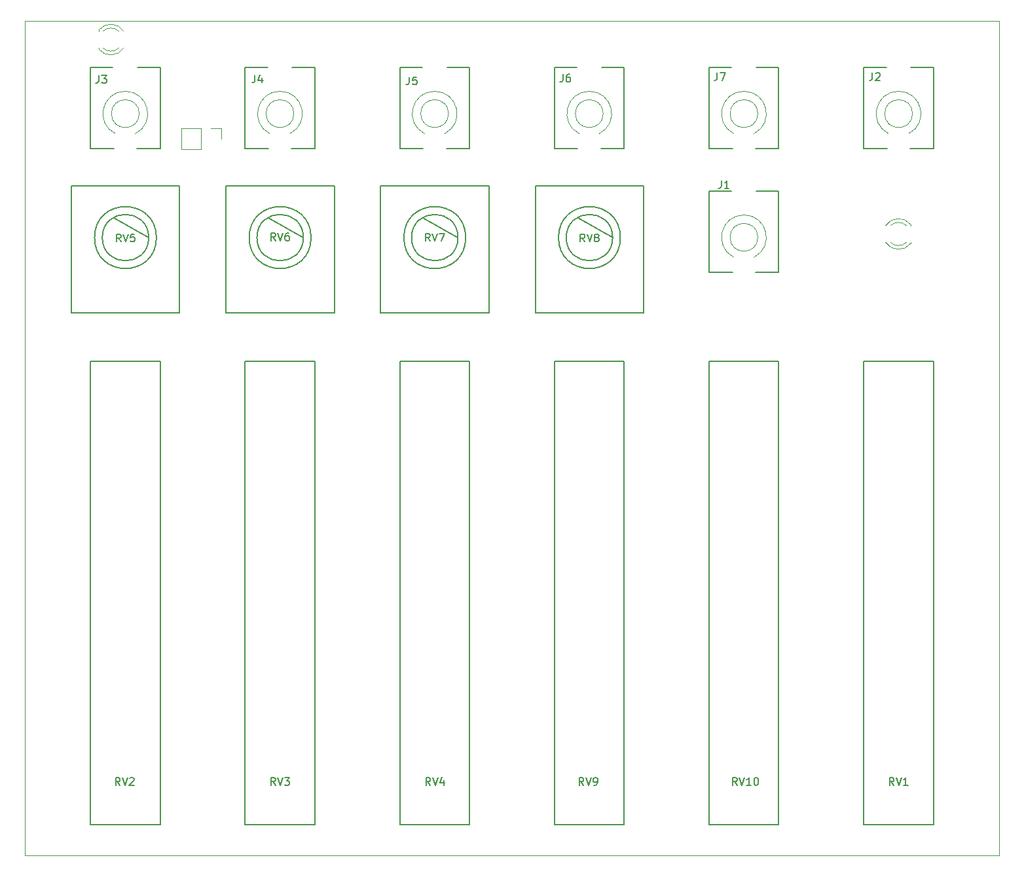
<source format=gbr>
G04 #@! TF.GenerationSoftware,KiCad,Pcbnew,(6.0.7)*
G04 #@! TF.CreationDate,2022-08-25T22:48:20+02:00*
G04 #@! TF.ProjectId,mixerli,6d697865-726c-4692-9e6b-696361645f70,rev?*
G04 #@! TF.SameCoordinates,Original*
G04 #@! TF.FileFunction,Legend,Top*
G04 #@! TF.FilePolarity,Positive*
%FSLAX46Y46*%
G04 Gerber Fmt 4.6, Leading zero omitted, Abs format (unit mm)*
G04 Created by KiCad (PCBNEW (6.0.7)) date 2022-08-25 22:48:20*
%MOMM*%
%LPD*%
G01*
G04 APERTURE LIST*
G04 #@! TA.AperFunction,Profile*
%ADD10C,0.100000*%
G04 #@! TD*
%ADD11C,0.150000*%
%ADD12C,0.200000*%
%ADD13C,0.120000*%
G04 APERTURE END LIST*
D10*
X14000000Y-88000000D02*
X14000000Y-196000000D01*
X140000000Y-88000000D02*
X14000000Y-88000000D01*
X14000000Y-196000000D02*
X140000000Y-196000000D01*
X140000000Y-88000000D02*
X140000000Y-196000000D01*
D11*
X104066666Y-108652380D02*
X104066666Y-109366666D01*
X104019047Y-109509523D01*
X103923809Y-109604761D01*
X103780952Y-109652380D01*
X103685714Y-109652380D01*
X105066666Y-109652380D02*
X104495238Y-109652380D01*
X104780952Y-109652380D02*
X104780952Y-108652380D01*
X104685714Y-108795238D01*
X104590476Y-108890476D01*
X104495238Y-108938095D01*
X123602666Y-94700380D02*
X123602666Y-95414666D01*
X123555047Y-95557523D01*
X123459809Y-95652761D01*
X123316952Y-95700380D01*
X123221714Y-95700380D01*
X124031238Y-94795619D02*
X124078857Y-94748000D01*
X124174095Y-94700380D01*
X124412190Y-94700380D01*
X124507428Y-94748000D01*
X124555047Y-94795619D01*
X124602666Y-94890857D01*
X124602666Y-94986095D01*
X124555047Y-95128952D01*
X123983619Y-95700380D01*
X124602666Y-95700380D01*
X126388761Y-186886380D02*
X126055428Y-186410190D01*
X125817333Y-186886380D02*
X125817333Y-185886380D01*
X126198285Y-185886380D01*
X126293523Y-185934000D01*
X126341142Y-185981619D01*
X126388761Y-186076857D01*
X126388761Y-186219714D01*
X126341142Y-186314952D01*
X126293523Y-186362571D01*
X126198285Y-186410190D01*
X125817333Y-186410190D01*
X126674476Y-185886380D02*
X127007809Y-186886380D01*
X127341142Y-185886380D01*
X128198285Y-186886380D02*
X127626857Y-186886380D01*
X127912571Y-186886380D02*
X127912571Y-185886380D01*
X127817333Y-186029238D01*
X127722095Y-186124476D01*
X127626857Y-186172095D01*
X43745066Y-95005180D02*
X43745066Y-95719466D01*
X43697447Y-95862323D01*
X43602209Y-95957561D01*
X43459352Y-96005180D01*
X43364114Y-96005180D01*
X44649828Y-95338514D02*
X44649828Y-96005180D01*
X44411733Y-94957561D02*
X44173638Y-95671847D01*
X44792685Y-95671847D01*
X63709466Y-95259180D02*
X63709466Y-95973466D01*
X63661847Y-96116323D01*
X63566609Y-96211561D01*
X63423752Y-96259180D01*
X63328514Y-96259180D01*
X64661847Y-95259180D02*
X64185657Y-95259180D01*
X64138038Y-95735371D01*
X64185657Y-95687752D01*
X64280895Y-95640133D01*
X64518990Y-95640133D01*
X64614228Y-95687752D01*
X64661847Y-95735371D01*
X64709466Y-95830609D01*
X64709466Y-96068704D01*
X64661847Y-96163942D01*
X64614228Y-96211561D01*
X64518990Y-96259180D01*
X64280895Y-96259180D01*
X64185657Y-96211561D01*
X64138038Y-96163942D01*
X83572266Y-94903580D02*
X83572266Y-95617866D01*
X83524647Y-95760723D01*
X83429409Y-95855961D01*
X83286552Y-95903580D01*
X83191314Y-95903580D01*
X84477028Y-94903580D02*
X84286552Y-94903580D01*
X84191314Y-94951200D01*
X84143695Y-94998819D01*
X84048457Y-95141676D01*
X84000838Y-95332152D01*
X84000838Y-95713104D01*
X84048457Y-95808342D01*
X84096076Y-95855961D01*
X84191314Y-95903580D01*
X84381790Y-95903580D01*
X84477028Y-95855961D01*
X84524647Y-95808342D01*
X84572266Y-95713104D01*
X84572266Y-95475009D01*
X84524647Y-95379771D01*
X84477028Y-95332152D01*
X84381790Y-95284533D01*
X84191314Y-95284533D01*
X84096076Y-95332152D01*
X84048457Y-95379771D01*
X84000838Y-95475009D01*
X103536666Y-94700380D02*
X103536666Y-95414666D01*
X103489047Y-95557523D01*
X103393809Y-95652761D01*
X103250952Y-95700380D01*
X103155714Y-95700380D01*
X103917619Y-94700380D02*
X104584285Y-94700380D01*
X104155714Y-95700380D01*
X46404761Y-186886380D02*
X46071428Y-186410190D01*
X45833333Y-186886380D02*
X45833333Y-185886380D01*
X46214285Y-185886380D01*
X46309523Y-185934000D01*
X46357142Y-185981619D01*
X46404761Y-186076857D01*
X46404761Y-186219714D01*
X46357142Y-186314952D01*
X46309523Y-186362571D01*
X46214285Y-186410190D01*
X45833333Y-186410190D01*
X46690476Y-185886380D02*
X47023809Y-186886380D01*
X47357142Y-185886380D01*
X47595238Y-185886380D02*
X48214285Y-185886380D01*
X47880952Y-186267333D01*
X48023809Y-186267333D01*
X48119047Y-186314952D01*
X48166666Y-186362571D01*
X48214285Y-186457809D01*
X48214285Y-186695904D01*
X48166666Y-186791142D01*
X48119047Y-186838761D01*
X48023809Y-186886380D01*
X47738095Y-186886380D01*
X47642857Y-186838761D01*
X47595238Y-186791142D01*
X66444761Y-186886380D02*
X66111428Y-186410190D01*
X65873333Y-186886380D02*
X65873333Y-185886380D01*
X66254285Y-185886380D01*
X66349523Y-185934000D01*
X66397142Y-185981619D01*
X66444761Y-186076857D01*
X66444761Y-186219714D01*
X66397142Y-186314952D01*
X66349523Y-186362571D01*
X66254285Y-186410190D01*
X65873333Y-186410190D01*
X66730476Y-185886380D02*
X67063809Y-186886380D01*
X67397142Y-185886380D01*
X68159047Y-186219714D02*
X68159047Y-186886380D01*
X67920952Y-185838761D02*
X67682857Y-186553047D01*
X68301904Y-186553047D01*
X86256761Y-186886380D02*
X85923428Y-186410190D01*
X85685333Y-186886380D02*
X85685333Y-185886380D01*
X86066285Y-185886380D01*
X86161523Y-185934000D01*
X86209142Y-185981619D01*
X86256761Y-186076857D01*
X86256761Y-186219714D01*
X86209142Y-186314952D01*
X86161523Y-186362571D01*
X86066285Y-186410190D01*
X85685333Y-186410190D01*
X86542476Y-185886380D02*
X86875809Y-186886380D01*
X87209142Y-185886380D01*
X87590095Y-186886380D02*
X87780571Y-186886380D01*
X87875809Y-186838761D01*
X87923428Y-186791142D01*
X88018666Y-186648285D01*
X88066285Y-186457809D01*
X88066285Y-186076857D01*
X88018666Y-185981619D01*
X87971047Y-185934000D01*
X87875809Y-185886380D01*
X87685333Y-185886380D01*
X87590095Y-185934000D01*
X87542476Y-185981619D01*
X87494857Y-186076857D01*
X87494857Y-186314952D01*
X87542476Y-186410190D01*
X87590095Y-186457809D01*
X87685333Y-186505428D01*
X87875809Y-186505428D01*
X87971047Y-186457809D01*
X88018666Y-186410190D01*
X88066285Y-186314952D01*
X106100571Y-186886380D02*
X105767238Y-186410190D01*
X105529142Y-186886380D02*
X105529142Y-185886380D01*
X105910095Y-185886380D01*
X106005333Y-185934000D01*
X106052952Y-185981619D01*
X106100571Y-186076857D01*
X106100571Y-186219714D01*
X106052952Y-186314952D01*
X106005333Y-186362571D01*
X105910095Y-186410190D01*
X105529142Y-186410190D01*
X106386285Y-185886380D02*
X106719619Y-186886380D01*
X107052952Y-185886380D01*
X107910095Y-186886380D02*
X107338666Y-186886380D01*
X107624380Y-186886380D02*
X107624380Y-185886380D01*
X107529142Y-186029238D01*
X107433904Y-186124476D01*
X107338666Y-186172095D01*
X108529142Y-185886380D02*
X108624380Y-185886380D01*
X108719619Y-185934000D01*
X108767238Y-185981619D01*
X108814857Y-186076857D01*
X108862476Y-186267333D01*
X108862476Y-186505428D01*
X108814857Y-186695904D01*
X108767238Y-186791142D01*
X108719619Y-186838761D01*
X108624380Y-186886380D01*
X108529142Y-186886380D01*
X108433904Y-186838761D01*
X108386285Y-186791142D01*
X108338666Y-186695904D01*
X108291047Y-186505428D01*
X108291047Y-186267333D01*
X108338666Y-186076857D01*
X108386285Y-185981619D01*
X108433904Y-185934000D01*
X108529142Y-185886380D01*
X23577466Y-95055980D02*
X23577466Y-95770266D01*
X23529847Y-95913123D01*
X23434609Y-96008361D01*
X23291752Y-96055980D01*
X23196514Y-96055980D01*
X23958419Y-95055980D02*
X24577466Y-95055980D01*
X24244133Y-95436933D01*
X24386990Y-95436933D01*
X24482228Y-95484552D01*
X24529847Y-95532171D01*
X24577466Y-95627409D01*
X24577466Y-95865504D01*
X24529847Y-95960742D01*
X24482228Y-96008361D01*
X24386990Y-96055980D01*
X24101276Y-96055980D01*
X24006038Y-96008361D01*
X23958419Y-95960742D01*
X26312761Y-186886380D02*
X25979428Y-186410190D01*
X25741333Y-186886380D02*
X25741333Y-185886380D01*
X26122285Y-185886380D01*
X26217523Y-185934000D01*
X26265142Y-185981619D01*
X26312761Y-186076857D01*
X26312761Y-186219714D01*
X26265142Y-186314952D01*
X26217523Y-186362571D01*
X26122285Y-186410190D01*
X25741333Y-186410190D01*
X26598476Y-185886380D02*
X26931809Y-186886380D01*
X27265142Y-185886380D01*
X27550857Y-185981619D02*
X27598476Y-185934000D01*
X27693714Y-185886380D01*
X27931809Y-185886380D01*
X28027047Y-185934000D01*
X28074666Y-185981619D01*
X28122285Y-186076857D01*
X28122285Y-186172095D01*
X28074666Y-186314952D01*
X27503238Y-186886380D01*
X28122285Y-186886380D01*
X26424761Y-116579180D02*
X26091428Y-116102990D01*
X25853333Y-116579180D02*
X25853333Y-115579180D01*
X26234285Y-115579180D01*
X26329523Y-115626800D01*
X26377142Y-115674419D01*
X26424761Y-115769657D01*
X26424761Y-115912514D01*
X26377142Y-116007752D01*
X26329523Y-116055371D01*
X26234285Y-116102990D01*
X25853333Y-116102990D01*
X26710476Y-115579180D02*
X27043809Y-116579180D01*
X27377142Y-115579180D01*
X28186666Y-115579180D02*
X27710476Y-115579180D01*
X27662857Y-116055371D01*
X27710476Y-116007752D01*
X27805714Y-115960133D01*
X28043809Y-115960133D01*
X28139047Y-116007752D01*
X28186666Y-116055371D01*
X28234285Y-116150609D01*
X28234285Y-116388704D01*
X28186666Y-116483942D01*
X28139047Y-116531561D01*
X28043809Y-116579180D01*
X27805714Y-116579180D01*
X27710476Y-116531561D01*
X27662857Y-116483942D01*
X46429561Y-116426780D02*
X46096228Y-115950590D01*
X45858133Y-116426780D02*
X45858133Y-115426780D01*
X46239085Y-115426780D01*
X46334323Y-115474400D01*
X46381942Y-115522019D01*
X46429561Y-115617257D01*
X46429561Y-115760114D01*
X46381942Y-115855352D01*
X46334323Y-115902971D01*
X46239085Y-115950590D01*
X45858133Y-115950590D01*
X46715276Y-115426780D02*
X47048609Y-116426780D01*
X47381942Y-115426780D01*
X48143847Y-115426780D02*
X47953371Y-115426780D01*
X47858133Y-115474400D01*
X47810514Y-115522019D01*
X47715276Y-115664876D01*
X47667657Y-115855352D01*
X47667657Y-116236304D01*
X47715276Y-116331542D01*
X47762895Y-116379161D01*
X47858133Y-116426780D01*
X48048609Y-116426780D01*
X48143847Y-116379161D01*
X48191466Y-116331542D01*
X48239085Y-116236304D01*
X48239085Y-115998209D01*
X48191466Y-115902971D01*
X48143847Y-115855352D01*
X48048609Y-115807733D01*
X47858133Y-115807733D01*
X47762895Y-115855352D01*
X47715276Y-115902971D01*
X47667657Y-115998209D01*
X66424761Y-116486380D02*
X66091428Y-116010190D01*
X65853333Y-116486380D02*
X65853333Y-115486380D01*
X66234285Y-115486380D01*
X66329523Y-115534000D01*
X66377142Y-115581619D01*
X66424761Y-115676857D01*
X66424761Y-115819714D01*
X66377142Y-115914952D01*
X66329523Y-115962571D01*
X66234285Y-116010190D01*
X65853333Y-116010190D01*
X66710476Y-115486380D02*
X67043809Y-116486380D01*
X67377142Y-115486380D01*
X67615238Y-115486380D02*
X68281904Y-115486380D01*
X67853333Y-116486380D01*
X86424761Y-116579180D02*
X86091428Y-116102990D01*
X85853333Y-116579180D02*
X85853333Y-115579180D01*
X86234285Y-115579180D01*
X86329523Y-115626800D01*
X86377142Y-115674419D01*
X86424761Y-115769657D01*
X86424761Y-115912514D01*
X86377142Y-116007752D01*
X86329523Y-116055371D01*
X86234285Y-116102990D01*
X85853333Y-116102990D01*
X86710476Y-115579180D02*
X87043809Y-116579180D01*
X87377142Y-115579180D01*
X87853333Y-116007752D02*
X87758095Y-115960133D01*
X87710476Y-115912514D01*
X87662857Y-115817276D01*
X87662857Y-115769657D01*
X87710476Y-115674419D01*
X87758095Y-115626800D01*
X87853333Y-115579180D01*
X88043809Y-115579180D01*
X88139047Y-115626800D01*
X88186666Y-115674419D01*
X88234285Y-115769657D01*
X88234285Y-115817276D01*
X88186666Y-115912514D01*
X88139047Y-115960133D01*
X88043809Y-116007752D01*
X87853333Y-116007752D01*
X87758095Y-116055371D01*
X87710476Y-116102990D01*
X87662857Y-116198228D01*
X87662857Y-116388704D01*
X87710476Y-116483942D01*
X87758095Y-116531561D01*
X87853333Y-116579180D01*
X88043809Y-116579180D01*
X88139047Y-116531561D01*
X88186666Y-116483942D01*
X88234285Y-116388704D01*
X88234285Y-116198228D01*
X88186666Y-116102990D01*
X88139047Y-116055371D01*
X88043809Y-116007752D01*
D12*
X108500000Y-120500000D02*
X111500000Y-120500000D01*
X108600000Y-110000000D02*
X111500000Y-110000000D01*
X111500000Y-120500000D02*
X111500000Y-110000000D01*
X102500000Y-110000000D02*
X105400000Y-110000000D01*
X102500000Y-120500000D02*
X105500000Y-120500000D01*
X102500000Y-120500000D02*
X102500000Y-110000000D01*
D13*
X107000000Y-113104999D02*
G75*
G03*
X105703737Y-118588577I0J-2895001D01*
G01*
X108296263Y-118588576D02*
G75*
G03*
X107000000Y-113105000I-1296263J2588576D01*
G01*
X108800000Y-116000000D02*
G75*
G03*
X108800000Y-116000000I-1800000J0D01*
G01*
D12*
X122500000Y-104500000D02*
X122500000Y-94000000D01*
X122500000Y-94000000D02*
X125400000Y-94000000D01*
X122500000Y-104500000D02*
X125500000Y-104500000D01*
X131500000Y-104500000D02*
X131500000Y-94000000D01*
X128500000Y-104500000D02*
X131500000Y-104500000D01*
X128600000Y-94000000D02*
X131500000Y-94000000D01*
D13*
X128296263Y-102588576D02*
G75*
G03*
X127000000Y-97105000I-1296263J2588576D01*
G01*
X127000000Y-97104999D02*
G75*
G03*
X125703737Y-102588577I0J-2895001D01*
G01*
X128800000Y-100000000D02*
G75*
G03*
X128800000Y-100000000I-1800000J0D01*
G01*
D11*
X131500000Y-132000000D02*
X131500000Y-192000000D01*
X122500000Y-139500000D02*
X122500000Y-184500000D01*
X122500000Y-192000000D02*
X131500000Y-192000000D01*
X122500000Y-132000000D02*
X131500000Y-132000000D01*
X122500000Y-132000000D02*
X122500000Y-192000000D01*
D13*
X23565000Y-89186000D02*
X23565000Y-89342000D01*
X23565000Y-91502000D02*
X23565000Y-91658000D01*
X23565000Y-91657516D02*
G75*
G03*
X26797335Y-91500608I1560000J1235516D01*
G01*
X26166130Y-89342163D02*
G75*
G03*
X24084039Y-89342000I-1041130J-1079837D01*
G01*
X26797335Y-89343392D02*
G75*
G03*
X23565000Y-89186484I-1672335J-1078608D01*
G01*
X24084039Y-91502000D02*
G75*
G03*
X26166130Y-91501837I1040961J1080000D01*
G01*
X128544000Y-114488000D02*
X128544000Y-114332000D01*
X128544000Y-116804000D02*
X128544000Y-116648000D01*
X125311665Y-116646608D02*
G75*
G03*
X128544000Y-116803516I1672335J1078608D01*
G01*
X125942870Y-116647837D02*
G75*
G03*
X128024961Y-116648000I1041130J1079837D01*
G01*
X128024961Y-114488000D02*
G75*
G03*
X125942870Y-114488163I-1040961J-1080000D01*
G01*
X128544000Y-114332484D02*
G75*
G03*
X125311665Y-114489392I-1560000J-1235516D01*
G01*
D12*
X42500000Y-94000000D02*
X45400000Y-94000000D01*
X42500000Y-104500000D02*
X45500000Y-104500000D01*
X48600000Y-94000000D02*
X51500000Y-94000000D01*
X42500000Y-104500000D02*
X42500000Y-94000000D01*
X51500000Y-104500000D02*
X51500000Y-94000000D01*
X48500000Y-104500000D02*
X51500000Y-104500000D01*
D13*
X47000000Y-97104999D02*
G75*
G03*
X45703737Y-102588577I0J-2895001D01*
G01*
X48296263Y-102588576D02*
G75*
G03*
X47000000Y-97105000I-1296263J2588576D01*
G01*
X48800000Y-100000000D02*
G75*
G03*
X48800000Y-100000000I-1800000J0D01*
G01*
D12*
X68600000Y-94000000D02*
X71500000Y-94000000D01*
X68500000Y-104500000D02*
X71500000Y-104500000D01*
X62500000Y-94000000D02*
X65400000Y-94000000D01*
X62500000Y-104500000D02*
X65500000Y-104500000D01*
X71500000Y-104500000D02*
X71500000Y-94000000D01*
X62500000Y-104500000D02*
X62500000Y-94000000D01*
D13*
X67000000Y-97104999D02*
G75*
G03*
X65703737Y-102588577I0J-2895001D01*
G01*
X68296263Y-102588576D02*
G75*
G03*
X67000000Y-97105000I-1296263J2588576D01*
G01*
X68800000Y-100000000D02*
G75*
G03*
X68800000Y-100000000I-1800000J0D01*
G01*
D12*
X82500000Y-94000000D02*
X85400000Y-94000000D01*
X82500000Y-104500000D02*
X85500000Y-104500000D01*
X88500000Y-104500000D02*
X91500000Y-104500000D01*
X82500000Y-104500000D02*
X82500000Y-94000000D01*
X88600000Y-94000000D02*
X91500000Y-94000000D01*
X91500000Y-104500000D02*
X91500000Y-94000000D01*
D13*
X88296263Y-102588576D02*
G75*
G03*
X87000000Y-97105000I-1296263J2588576D01*
G01*
X87000000Y-97104999D02*
G75*
G03*
X85703737Y-102588577I0J-2895001D01*
G01*
X88800000Y-100000000D02*
G75*
G03*
X88800000Y-100000000I-1800000J0D01*
G01*
D12*
X108600000Y-94000000D02*
X111500000Y-94000000D01*
X102500000Y-104500000D02*
X105500000Y-104500000D01*
X111500000Y-104500000D02*
X111500000Y-94000000D01*
X102500000Y-104500000D02*
X102500000Y-94000000D01*
X108500000Y-104500000D02*
X111500000Y-104500000D01*
X102500000Y-94000000D02*
X105400000Y-94000000D01*
D13*
X108296263Y-102588576D02*
G75*
G03*
X107000000Y-97105000I-1296263J2588576D01*
G01*
X107000000Y-97104999D02*
G75*
G03*
X105703737Y-102588577I0J-2895001D01*
G01*
X108800000Y-100000000D02*
G75*
G03*
X108800000Y-100000000I-1800000J0D01*
G01*
D11*
X51500000Y-132000000D02*
X51500000Y-192000000D01*
X42500000Y-132000000D02*
X42500000Y-192000000D01*
X42500000Y-132000000D02*
X51500000Y-132000000D01*
X42500000Y-192000000D02*
X51500000Y-192000000D01*
X42500000Y-139500000D02*
X42500000Y-184500000D01*
X62500000Y-132000000D02*
X62500000Y-192000000D01*
X62500000Y-192000000D02*
X71500000Y-192000000D01*
X62500000Y-132000000D02*
X71500000Y-132000000D01*
X62500000Y-139500000D02*
X62500000Y-184500000D01*
X71500000Y-132000000D02*
X71500000Y-192000000D01*
X82500000Y-132000000D02*
X91500000Y-132000000D01*
X82500000Y-132000000D02*
X82500000Y-192000000D01*
X91500000Y-132000000D02*
X91500000Y-192000000D01*
X82500000Y-139500000D02*
X82500000Y-184500000D01*
X82500000Y-192000000D02*
X91500000Y-192000000D01*
X102500000Y-132000000D02*
X102500000Y-192000000D01*
X102500000Y-132000000D02*
X111500000Y-132000000D01*
X111500000Y-132000000D02*
X111500000Y-192000000D01*
X102500000Y-139500000D02*
X102500000Y-184500000D01*
X102500000Y-192000000D02*
X111500000Y-192000000D01*
D12*
X28600000Y-94000000D02*
X31500000Y-94000000D01*
X22500000Y-104500000D02*
X22500000Y-94000000D01*
X31500000Y-104500000D02*
X31500000Y-94000000D01*
X22500000Y-104500000D02*
X25500000Y-104500000D01*
X28500000Y-104500000D02*
X31500000Y-104500000D01*
X22500000Y-94000000D02*
X25400000Y-94000000D01*
D13*
X28296263Y-102588576D02*
G75*
G03*
X27000000Y-97105000I-1296263J2588576D01*
G01*
X27000000Y-97104999D02*
G75*
G03*
X25703737Y-102588577I0J-2895001D01*
G01*
X28800000Y-100000000D02*
G75*
G03*
X28800000Y-100000000I-1800000J0D01*
G01*
D11*
X22500000Y-132000000D02*
X22500000Y-192000000D01*
X22500000Y-192000000D02*
X31500000Y-192000000D01*
X22500000Y-132000000D02*
X31500000Y-132000000D01*
X31500000Y-132000000D02*
X31500000Y-192000000D01*
X22500000Y-139500000D02*
X22500000Y-184500000D01*
X25520000Y-113534000D02*
X30020000Y-116034000D01*
X34020000Y-109334000D02*
X34020000Y-125734000D01*
X20020000Y-109334000D02*
X34020000Y-109334000D01*
X20020000Y-109334000D02*
X20020000Y-125734000D01*
X34020000Y-125734000D02*
X20020000Y-125734000D01*
X31020000Y-116034000D02*
G75*
G03*
X31020000Y-116034000I-4000000J0D01*
G01*
X30020000Y-116034000D02*
G75*
G03*
X30020000Y-116034000I-3000000J0D01*
G01*
X45520000Y-113534000D02*
X50020000Y-116034000D01*
X54020000Y-109334000D02*
X54020000Y-125734000D01*
X54020000Y-125734000D02*
X40020000Y-125734000D01*
X40020000Y-109334000D02*
X40020000Y-125734000D01*
X40020000Y-109334000D02*
X54020000Y-109334000D01*
X51020000Y-116034000D02*
G75*
G03*
X51020000Y-116034000I-4000000J0D01*
G01*
X50020000Y-116034000D02*
G75*
G03*
X50020000Y-116034000I-3000000J0D01*
G01*
X60020000Y-109334000D02*
X60020000Y-125734000D01*
X65520000Y-113534000D02*
X70020000Y-116034000D01*
X74020000Y-109334000D02*
X74020000Y-125734000D01*
X74020000Y-125734000D02*
X60020000Y-125734000D01*
X60020000Y-109334000D02*
X74020000Y-109334000D01*
X71020000Y-116034000D02*
G75*
G03*
X71020000Y-116034000I-4000000J0D01*
G01*
X70020000Y-116034000D02*
G75*
G03*
X70020000Y-116034000I-3000000J0D01*
G01*
X80020000Y-109334000D02*
X94020000Y-109334000D01*
X80020000Y-109334000D02*
X80020000Y-125734000D01*
X94020000Y-125734000D02*
X80020000Y-125734000D01*
X94020000Y-109334000D02*
X94020000Y-125734000D01*
X85520000Y-113534000D02*
X90020000Y-116034000D01*
X91020000Y-116034000D02*
G75*
G03*
X91020000Y-116034000I-4000000J0D01*
G01*
X90020000Y-116034000D02*
G75*
G03*
X90020000Y-116034000I-3000000J0D01*
G01*
D13*
X36814000Y-101919000D02*
X34214000Y-101919000D01*
X38084000Y-101919000D02*
X39414000Y-101919000D01*
X39414000Y-101919000D02*
X39414000Y-103249000D01*
X34214000Y-101919000D02*
X34214000Y-104579000D01*
X36814000Y-101919000D02*
X36814000Y-104579000D01*
X36814000Y-104579000D02*
X34214000Y-104579000D01*
M02*

</source>
